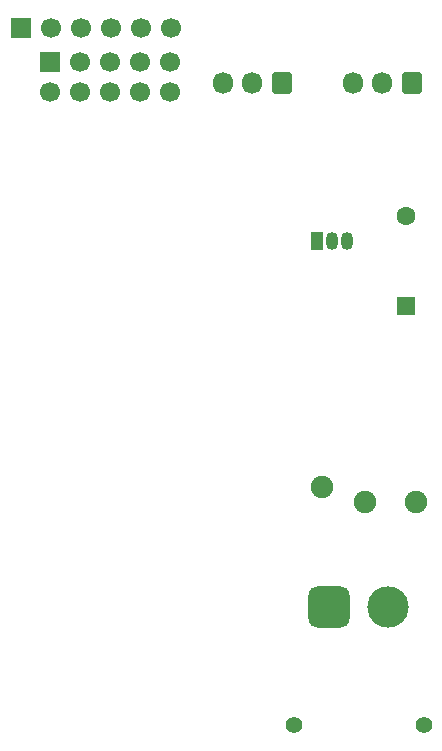
<source format=gbr>
%TF.GenerationSoftware,KiCad,Pcbnew,9.0.2*%
%TF.CreationDate,2025-06-02T02:46:58+09:00*%
%TF.ProjectId,catch25-servo,63617463-6832-4352-9d73-6572766f2e6b,rev?*%
%TF.SameCoordinates,Original*%
%TF.FileFunction,Soldermask,Bot*%
%TF.FilePolarity,Negative*%
%FSLAX46Y46*%
G04 Gerber Fmt 4.6, Leading zero omitted, Abs format (unit mm)*
G04 Created by KiCad (PCBNEW 9.0.2) date 2025-06-02 02:46:58*
%MOMM*%
%LPD*%
G01*
G04 APERTURE LIST*
G04 Aperture macros list*
%AMRoundRect*
0 Rectangle with rounded corners*
0 $1 Rounding radius*
0 $2 $3 $4 $5 $6 $7 $8 $9 X,Y pos of 4 corners*
0 Add a 4 corners polygon primitive as box body*
4,1,4,$2,$3,$4,$5,$6,$7,$8,$9,$2,$3,0*
0 Add four circle primitives for the rounded corners*
1,1,$1+$1,$2,$3*
1,1,$1+$1,$4,$5*
1,1,$1+$1,$6,$7*
1,1,$1+$1,$8,$9*
0 Add four rect primitives between the rounded corners*
20,1,$1+$1,$2,$3,$4,$5,0*
20,1,$1+$1,$4,$5,$6,$7,0*
20,1,$1+$1,$6,$7,$8,$9,0*
20,1,$1+$1,$8,$9,$2,$3,0*%
G04 Aperture macros list end*
%ADD10RoundRect,0.250000X0.600000X0.675000X-0.600000X0.675000X-0.600000X-0.675000X0.600000X-0.675000X0*%
%ADD11O,1.700000X1.850000*%
%ADD12C,1.905000*%
%ADD13R,1.700000X1.700000*%
%ADD14C,1.700000*%
%ADD15RoundRect,0.250000X0.550000X-0.550000X0.550000X0.550000X-0.550000X0.550000X-0.550000X-0.550000X0*%
%ADD16C,1.600000*%
%ADD17R,1.050000X1.500000*%
%ADD18O,1.050000X1.500000*%
%ADD19C,1.400000*%
%ADD20RoundRect,0.770000X0.980000X0.980000X-0.980000X0.980000X-0.980000X-0.980000X0.980000X-0.980000X0*%
%ADD21C,3.500000*%
G04 APERTURE END LIST*
D10*
%TO.C,J1*%
X-18000000Y57855000D03*
D11*
X-20500000Y57855000D03*
X-23000000Y57855000D03*
%TD*%
D12*
%TO.C,MD1*%
X-6600000Y22400000D03*
X-11000000Y22400000D03*
X-14600000Y23600000D03*
%TD*%
D13*
%TO.C,J4*%
X-40120000Y62500000D03*
D14*
X-37580000Y62500000D03*
X-35040000Y62500000D03*
X-32500000Y62500000D03*
X-29960000Y62500000D03*
X-27420000Y62500000D03*
%TD*%
D15*
%TO.C,D1*%
X-7500000Y38960000D03*
D16*
X-7500000Y46580000D03*
%TD*%
D13*
%TO.C,J3*%
X-37600000Y59625000D03*
D14*
X-37600000Y57085000D03*
X-35060000Y59625000D03*
X-35060000Y57085000D03*
X-32520000Y59625000D03*
X-32520000Y57085000D03*
X-29980000Y59625000D03*
X-29980000Y57085000D03*
X-27440000Y59625000D03*
X-27440000Y57085000D03*
%TD*%
D10*
%TO.C,J2*%
X-7000000Y57855000D03*
D11*
X-9500000Y57855000D03*
X-12000000Y57855000D03*
%TD*%
D17*
%TO.C,Q1*%
X-15040000Y44500000D03*
D18*
X-13770000Y44500000D03*
X-12500000Y44500000D03*
%TD*%
D19*
%TO.C,J5*%
X-6000000Y3500000D03*
X-17000000Y3500000D03*
D20*
X-14000000Y13500000D03*
D21*
X-9000000Y13500000D03*
%TD*%
M02*

</source>
